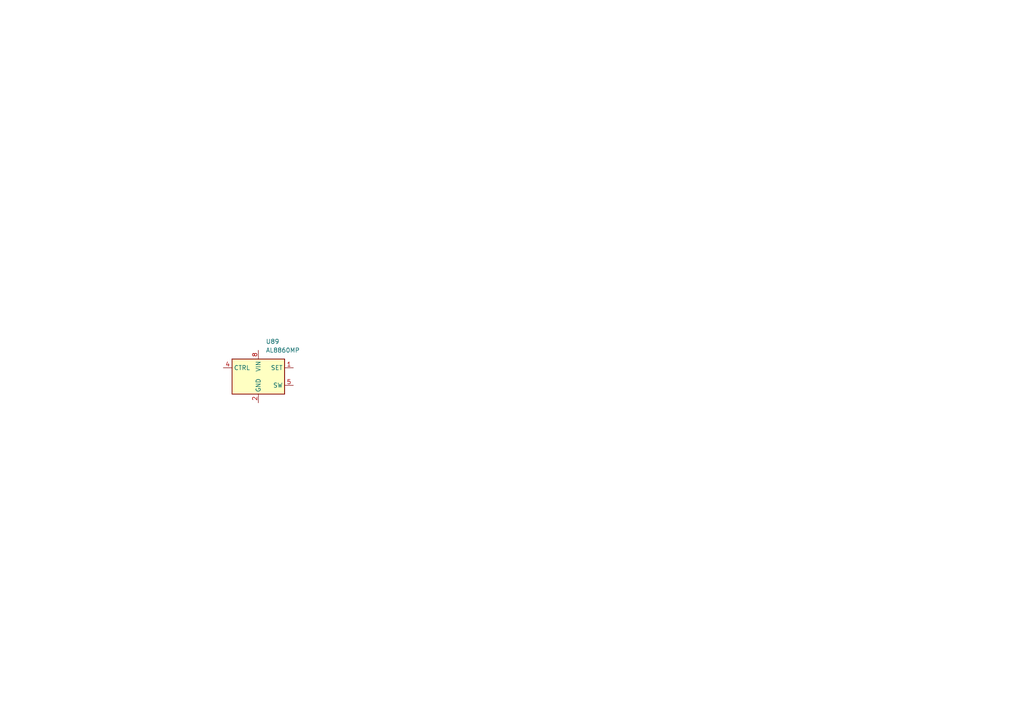
<source format=kicad_sch>
(kicad_sch (version 20250114) (generator "eeschema") (generator_version "9.0")
  (paper "A4")
  (lib_symbols
    (symbol "Driver_LED:AL8860MP"
      (property "Reference" "U" (at -5.08 6.35 0))
      (property "Value" "AL8860MP" (at 7.62 6.35 0))
      (symbol "AL8860MP_0_1"
        (rectangle (start -7.62 5.08) (end 7.62 -5.08) (stroke (width 0.254)) (fill (type background)))
      )
      (symbol "AL8860MP_1_1"
        (pin input line (at -10.16 2.54 0) (length 2.54) (name "CTRL") (number "4"))
        (pin no_connect line (at -7.62 -2.54 0) (length 2.54) (hide yes) (name "NC") (number "7"))
        (pin power_in line (at 0 7.62 270) (length 2.54) (name "VIN") (number "8"))
        (pin power_in line (at 0 -7.62 90) (length 2.54) (name "GND") (number "2"))
        (pin passive line (at 0 -7.62 90) (length 2.54) (hide yes) (name "GND") (number "3"))
        (pin passive line (at 0 -7.62 90) (length 2.54) (hide yes) (name "GND") (number "9"))
        (pin input line (at 10.16 2.54 180) (length 2.54) (name "SET") (number "1"))
        (pin open_collector line (at 10.16 -2.54 180) (length 2.54) (name "SW") (number "5"))
        (pin open_collector line (at 10.16 -2.54 180) (length 2.54) (hide yes) (name "SW") (number "6"))
      )
    )
  )
  (symbol (lib_id "Driver_LED:AL8860MP") (at 74.93 109.22 0) (unit 1)
    (property "Reference" "U89" (at 77.0733 99.06 0) (effects (justify left)))
    (property "Value" "AL8860MP" (at 77.0733 101.6 0) (effects (justify left)))
    (property "Footprint" "Package_SO:MSOP-8-1EP_3x3mm_P0.65mm_EP1.5x1.8mm" (effects (hide yes)))
    (property "Datasheet" "https://www.diodes.com/assets/Datasheets/AL8860.pdf" (effects (hide yes)))
    (property "Description" "40V 1.5A Constant Current Buck LED Driver IC, MSOP-8" (effects (hide yes)))
  )
)
</source>
